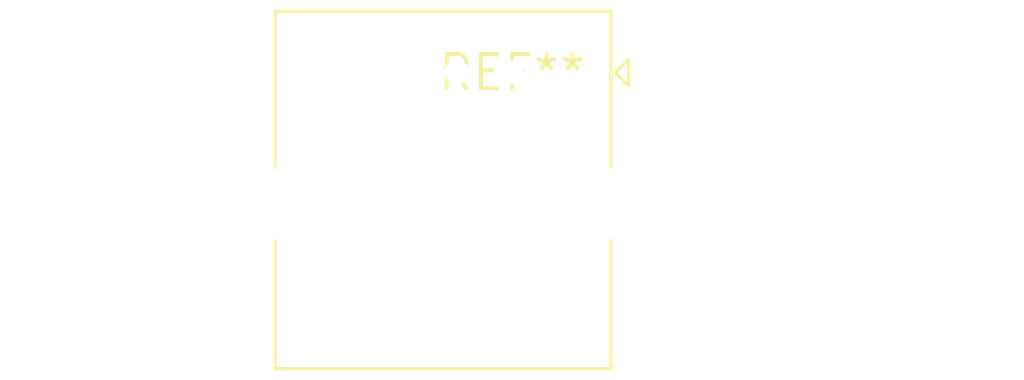
<source format=kicad_pcb>
(kicad_pcb (version 20240108) (generator pcbnew)
  (layers (0 "F.Cu" signal) (31 "B.Cu" signal) (34 "B.Paste" user) (35 "F.Paste" user) (36 "B.SilkS" user "B.Silkscreen") (37 "F.SilkS" user "F.Silkscreen") (38 "B.Mask" user) (39 "F.Mask" user) (44 "Edge.Cuts" user))
  (net 0 "")
  (footprint "RJ25_Wayconn_MJEA-660X1_Horizontal" (layer "F.Cu") (at 0 0)
    (property "Reference" "REF**")
    (property "Value" "RJ25_Wayconn_MJEA-660X1_Horizontal")
    (fp_line (start -8.76 -2.27) (end -8.76 3.47) (layer "F.SilkS") (stroke (width 0.12)))
    (fp_line (start -8.76 -2.27) (end 3.66 -2.27) (layer "F.SilkS") (stroke (width 0.12)))
    (fp_line (start -8.76 6.22) (end -8.76 10.95) (layer "F.SilkS") (stroke (width 0.12)))
    (fp_line (start -8.76 10.95) (end 3.66 10.95) (layer "F.SilkS") (stroke (width 0.12)))
    (fp_line (start 3.66 -2.27) (end 3.66 3.47) (layer "F.SilkS") (stroke (width 0.12)))
    (fp_line (start 3.66 6.22) (end 3.66 10.95) (layer "F.SilkS") (stroke (width 0.12)))
    (fp_line (start 3.82 0) (end 4.32 0.5) (layer "F.SilkS") (stroke (width 0.12)))
    (fp_line (start 4.32 -0.5) (end 3.82 0) (layer "F.SilkS") (stroke (width 0.12)))
    (fp_line (start 4.32 -0.5) (end 4.32 0.5) (layer "F.SilkS") (stroke (width 0.12)))
    (pad "" np_thru_hole circle (at -8.55 4.84) (size 2.3 2.3) (drill 2.3) (layers *.Cu *.Mask))
    (pad "" np_thru_hole circle (at 3.45 4.84) (size 2.3 2.3) (drill 2.3) (layers *.Cu *.Mask))
    (pad "1" thru_hole rect (at 0 0) (size 1.52 1.52) (drill 0.9) (layers *.Cu *.Mask) (remove_unused_layers))
    (pad "2" thru_hole circle (at -1.02 2.54) (size 1.52 1.52) (drill 0.9) (layers *.Cu *.Mask) (remove_unused_layers))
    (pad "3" thru_hole circle (at -2.04 0) (size 1.52 1.52) (drill 0.9) (layers *.Cu *.Mask) (remove_unused_layers))
    (pad "4" thru_hole circle (at -3.06 2.54) (size 1.52 1.52) (drill 0.9) (layers *.Cu *.Mask) (remove_unused_layers))
    (pad "5" thru_hole circle (at -4.08 0) (size 1.52 1.52) (drill 0.9) (layers *.Cu *.Mask) (remove_unused_layers))
    (pad "6" thru_hole circle (at -5.1 2.54) (size 1.52 1.52) (drill 0.9) (layers *.Cu *.Mask) (remove_unused_layers))
  )
)
</source>
